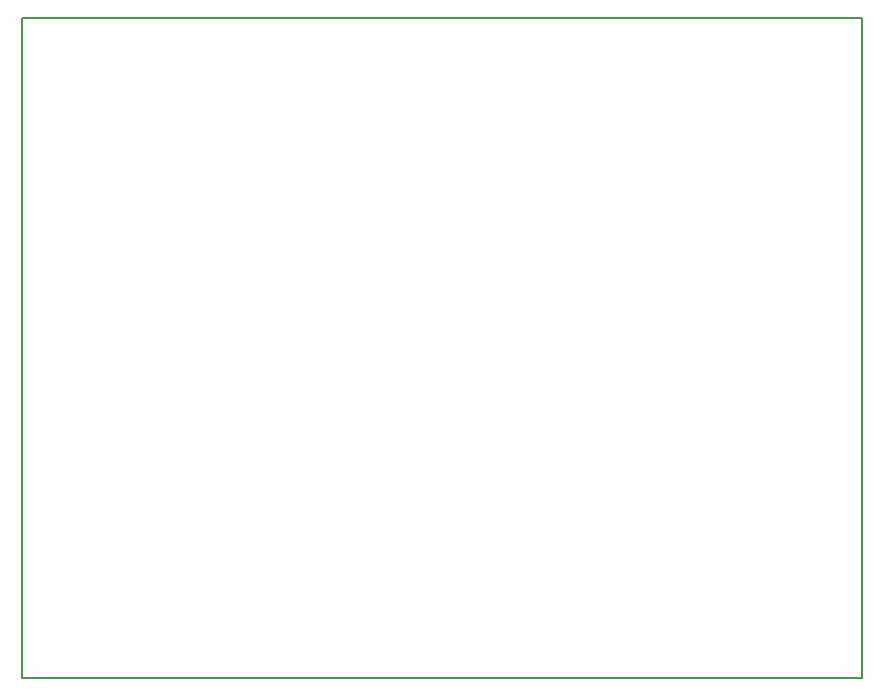
<source format=gbr>
G04 #@! TF.FileFunction,Profile,NP*
%FSLAX46Y46*%
G04 Gerber Fmt 4.6, Leading zero omitted, Abs format (unit mm)*
G04 Created by KiCad (PCBNEW 4.0.5) date 03/27/17 13:56:34*
%MOMM*%
%LPD*%
G01*
G04 APERTURE LIST*
%ADD10C,0.100000*%
%ADD11C,0.150000*%
G04 APERTURE END LIST*
D10*
D11*
X182880000Y-127000000D02*
X182880000Y-71120000D01*
X254000000Y-127000000D02*
X182880000Y-127000000D01*
X254000000Y-71120000D02*
X254000000Y-127000000D01*
X182880000Y-71120000D02*
X254000000Y-71120000D01*
M02*

</source>
